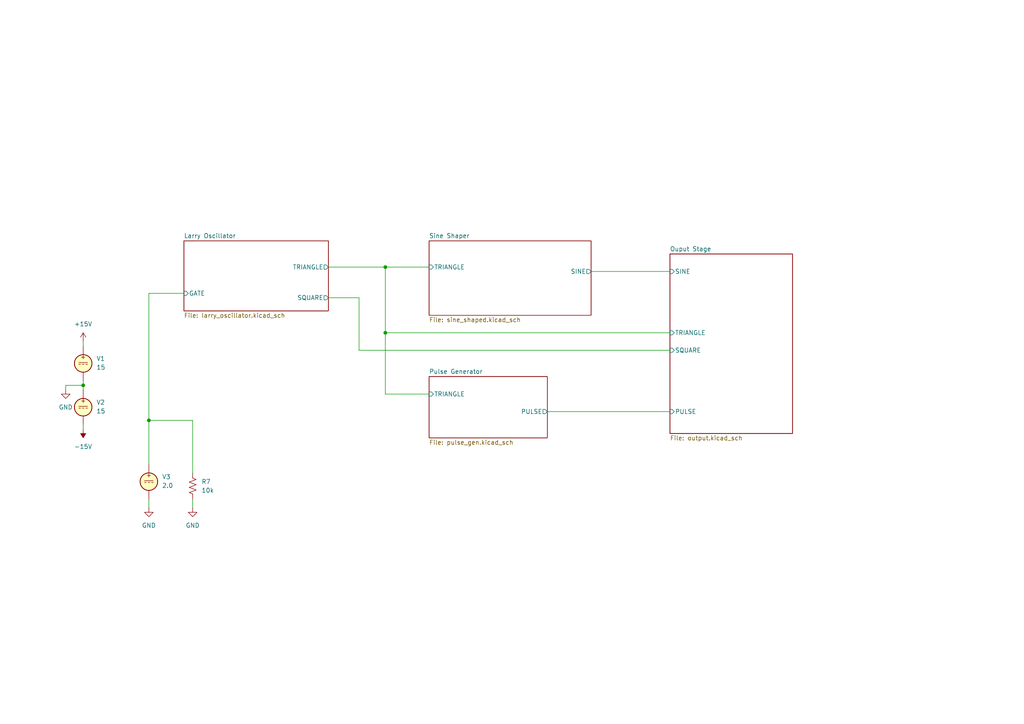
<source format=kicad_sch>
(kicad_sch (version 20231120) (generator "eeschema") (generator_version "8.0")
  (paper "A4")
  (lib_symbols
    (symbol "Device:R_US" (pin_numbers hide) (pin_names (offset 0))
      (property "Reference" "R" (at 2.54 0 90))
      (property "Value" "R_US" (at -2.54 0 90))
      (symbol "R_US_0_1"
        (polyline (pts (xy 0 -2.286) (xy 0 -2.54)))
        (polyline (pts (xy 0 2.286) (xy 0 2.54)))
        (polyline (pts (xy 0 -0.762) (xy 1.016 -1.143) (xy 0 -1.524) (xy -1.016 -1.905) (xy 0 -2.286)))
        (polyline (pts (xy 0 0.762) (xy 1.016 0.381) (xy 0 0) (xy -1.016 -0.381) (xy 0 -0.762)))
        (polyline (pts (xy 0 2.286) (xy 1.016 1.905) (xy 0 1.524) (xy -1.016 1.143) (xy 0 0.762)))
      )
      (symbol "R_US_1_1"
        (pin passive line (at 0 3.81 270) (length 1.27) (name "~") (number "1"))
        (pin passive line (at 0 -3.81 90) (length 1.27) (name "~") (number "2"))
      )
    )
    (symbol "PCM_4ms_Power-symbol:GND" (power) (pin_names (offset 0))
      (property "Value" "GND" (at 0 -3.81 0))
      (symbol "GND_0_1"
        (polyline (pts (xy 0 0) (xy 0 -1.27) (xy 1.27 -1.27) (xy 0 -2.54) (xy -1.27 -1.27) (xy 0 -1.27)))
      )
      (symbol "GND_1_1"
        (pin power_in line (at 0 0 270) (length 0) hide (name "GND") (number "1"))
      )
    )
    (symbol "Simulation_SPICE:VDC" (pin_numbers hide) (pin_names (offset 0.0254))
      (property "Reference" "V" (at 2.54 2.54 0))
      (property "Value" "1" (at 2.54 0 0))
      (symbol "VDC_0_0"
        (polyline (pts (xy -1.27 0.254) (xy 1.27 0.254)))
        (polyline (pts (xy -0.762 -0.254) (xy -1.27 -0.254)))
        (polyline (pts (xy 0.254 -0.254) (xy -0.254 -0.254)))
        (polyline (pts (xy 1.27 -0.254) (xy 0.762 -0.254)))
        (text "+" (at 0 1.905 0) (effects (font (size 1.27 1.27))))
      )
      (symbol "VDC_0_1"
        (circle (center 0 0) (radius 2.54) (stroke (width 0.254)) (fill (type background)))
      )
      (symbol "VDC_1_1"
        (pin passive line (at 0 5.08 270) (length 2.54) (name "~") (number "1"))
        (pin passive line (at 0 -5.08 90) (length 2.54) (name "~") (number "2"))
      )
    )
    (symbol "power:+15V" (power) (pin_names (offset 0))
      (property "Value" "+15V" (at 0 3.556 0))
      (symbol "+15V_0_1"
        (polyline (pts (xy -0.762 1.27) (xy 0 2.54)))
        (polyline (pts (xy 0 0) (xy 0 2.54)))
        (polyline (pts (xy 0 2.54) (xy 0.762 1.27)))
      )
      (symbol "+15V_1_1"
        (pin power_in line (at 0 0 90) (length 0) hide (name "+15V") (number "1"))
      )
    )
    (symbol "power:-15V" (power) (pin_names (offset 0))
      (property "Value" "-15V" (at 0 3.81 0))
      (symbol "-15V_0_0"
        (pin power_in line (at 0 0 90) (length 0) hide (name "-15V") (number "1"))
      )
      (symbol "-15V_0_1"
        (polyline (pts (xy 0 0) (xy 0 1.27) (xy 0.762 1.27) (xy 0 2.54) (xy -0.762 1.27) (xy 0 1.27)) (fill (type outline)))
      )
    )
    (symbol "power:GND" (power) (pin_numbers hide) (pin_names (offset 0) hide)
      (property "Value" "GND" (at 0 -3.81 0))
      (symbol "GND_0_1"
        (polyline (pts (xy 0 0) (xy 0 -1.27) (xy 1.27 -1.27) (xy 0 -2.54) (xy -1.27 -1.27) (xy 0 -1.27)))
      )
      (symbol "GND_1_1"
        (pin power_in line (at 0 0 270) (length 0) (name "~") (number "1"))
      )
    )
  )
  (junction (at 111.76 77.47))
  (junction (at 111.76 96.52))
  (junction (at 24.13 111.76))
  (junction (at 43.18 121.92))
  (wire (pts (xy 55.88 137.16) (xy 55.88 121.92)))
  (wire (pts (xy 104.14 101.6) (xy 194.31 101.6)))
  (wire (pts (xy 111.76 77.47) (xy 124.46 77.47)))
  (wire (pts (xy 43.18 85.09) (xy 53.34 85.09)))
  (wire (pts (xy 95.25 86.36) (xy 104.14 86.36)))
  (wire (pts (xy 19.05 111.76) (xy 24.13 111.76)))
  (wire (pts (xy 43.18 134.62) (xy 43.18 121.92)))
  (wire (pts (xy 104.14 86.36) (xy 104.14 101.6)))
  (wire (pts (xy 43.18 144.78) (xy 43.18 147.32)))
  (wire (pts (xy 95.25 77.47) (xy 111.76 77.47)))
  (wire (pts (xy 19.05 113.03) (xy 19.05 111.76)))
  (wire (pts (xy 111.76 77.47) (xy 111.76 96.52)))
  (wire (pts (xy 55.88 147.32) (xy 55.88 144.78)))
  (wire (pts (xy 24.13 113.03) (xy 24.13 111.76)))
  (wire (pts (xy 43.18 121.92) (xy 43.18 85.09)))
  (wire (pts (xy 55.88 121.92) (xy 43.18 121.92)))
  (wire (pts (xy 24.13 123.19) (xy 24.13 124.46)))
  (wire (pts (xy 24.13 111.76) (xy 24.13 110.49)))
  (wire (pts (xy 194.31 119.38) (xy 158.75 119.38)))
  (wire (pts (xy 111.76 96.52) (xy 194.31 96.52)))
  (wire (pts (xy 24.13 99.06) (xy 24.13 100.33)))
  (wire (pts (xy 171.45 78.74) (xy 194.31 78.74)))
  (wire (pts (xy 111.76 114.3) (xy 111.76 96.52)))
  (wire (pts (xy 124.46 114.3) (xy 111.76 114.3)))
  (symbol (lib_id "power:GND") (at 55.88 147.32 0) (unit 1)
    (property "Reference" "#PWR029" (effects (hide yes)))
    (property "Value" "GND" (at 55.88 152.4 0))
    (property "Description" "Power symbol creates a global label with name \"GND\" , ground" (effects (hide yes)))
  )
  (symbol (lib_id "Simulation_SPICE:VDC") (at 24.13 105.41 0) (unit 1)
    (property "Reference" "V1" (at 27.94 104.0102 0) (effects (justify left)))
    (property "Value" "15" (at 27.94 106.5502 0) (effects (justify left)))
    (property "Sim.Pins" "1=+ 2=-" (effects (hide yes)))
    (property "Sim.Type" "DC" (effects (hide yes)))
    (property "Sim.Device" "V" (effects (hide yes)))
  )
  (symbol (lib_id "power:-15V") (at 24.13 124.46 180) (unit 1)
    (property "Reference" "#PWR03" (effects (hide yes)))
    (property "Value" "-15V" (at 24.13 129.54 0))
  )
  (symbol (lib_id "Device:R_US") (at 55.88 140.97 0) (unit 1)
    (property "Reference" "R7" (at 58.42 139.6999 0) (effects (justify left)))
    (property "Value" "10k" (at 58.42 142.2399 0) (effects (justify left)))
    (property "Description" "Resistor, US symbol" (effects (hide yes)))
  )
  (symbol (lib_id "power:GND") (at 43.18 147.32 0) (unit 1)
    (property "Reference" "#PWR031" (effects (hide yes)))
    (property "Value" "GND" (at 43.18 152.4 0))
    (property "Description" "Power symbol creates a global label with name \"GND\" , ground" (effects (hide yes)))
  )
  (symbol (lib_id "Simulation_SPICE:VDC") (at 43.18 139.7 0) (unit 1)
    (property "Reference" "V3" (at 46.99 138.3001 0) (effects (justify left)))
    (property "Value" "2.0" (at 46.99 140.8401 0) (effects (justify left)))
    (property "Datasheet" "https://ngspice.sourceforge.io/docs/ngspice-html-manual/manual.xhtml#sec_Independent_Sources_for" (effects (hide yes)))
    (property "Description" "Voltage source, DC" (effects (hide yes)))
    (property "Sim.Pins" "1=+ 2=-" (effects (hide yes)))
    (property "Sim.Type" "DC" (effects (hide yes)))
    (property "Sim.Device" "V" (effects (hide yes)))
  )
  (symbol (lib_id "power:+15V") (at 24.13 99.06 0) (unit 1)
    (property "Reference" "#PWR02" (effects (hide yes)))
    (property "Value" "+15V" (at 24.13 93.98 0))
  )
  (symbol (lib_id "Simulation_SPICE:VDC") (at 24.13 118.11 0) (unit 1)
    (property "Reference" "V2" (at 27.94 116.7102 0) (effects (justify left)))
    (property "Value" "15" (at 27.94 119.2502 0) (effects (justify left)))
    (property "Sim.Pins" "1=+ 2=-" (effects (hide yes)))
    (property "Sim.Type" "DC" (effects (hide yes)))
    (property "Sim.Device" "V" (effects (hide yes)))
  )
  (symbol (lib_id "PCM_4ms_Power-symbol:GND") (at 19.05 113.03 0) (unit 1)
    (property "Reference" "#PWR01" (effects (hide yes)))
    (property "Value" "GND" (at 19.05 118.11 0))
  )
  (sheet (at 53.34 69.85) (size 41.91 20.32) (stroke (width 0.1524))
    (property "Sheetname" "Larry Oscillator" (at 53.34 69.1384 0) (effects (justify left bottom)))
    (property "Sheetfile" "larry_oscillator.kicad_sch" (at 53.34 90.7546 0) (effects (justify left top)))
    (pin "SQUARE" output (at 95.25 86.36 0))
    (pin "TRIANGLE" output (at 95.25 77.47 0))
    (pin "GATE" input (at 53.34 85.09 180))
  )
  (sheet (at 124.46 109.22) (size 34.29 17.78) (stroke (width 0.1524))
    (property "Sheetname" "Pulse Generator" (at 124.46 108.5084 0) (effects (justify left bottom)))
    (property "Sheetfile" "pulse_gen.kicad_sch" (at 124.46 127.5846 0) (effects (justify left top)))
    (pin "TRIANGLE" input (at 124.46 114.3 180))
    (pin "PULSE" output (at 158.75 119.38 0))
  )
  (sheet (at 124.46 69.85) (size 46.99 21.59) (stroke (width 0.1524))
    (property "Sheetname" "Sine Shaper" (at 124.46 69.1384 0) (effects (justify left bottom)))
    (property "Sheetfile" "sine_shaped.kicad_sch" (at 124.46 92.0246 0) (effects (justify left top)))
    (pin "SINE" output (at 171.45 78.74 0))
    (pin "TRIANGLE" input (at 124.46 77.47 180))
  )
  (sheet (at 194.31 73.66) (size 35.56 52.07) (stroke (width 0.1524))
    (property "Sheetname" "Ouput Stage" (at 194.31 72.9484 0) (effects (justify left bottom)))
    (property "Sheetfile" "output.kicad_sch" (at 194.31 126.3146 0) (effects (justify left top)))
    (pin "SINE" input (at 194.31 78.74 180))
    (pin "SQUARE" input (at 194.31 101.6 180))
    (pin "TRIANGLE" input (at 194.31 96.52 180))
    (pin "PULSE" input (at 194.31 119.38 180))
  )
)
</source>
